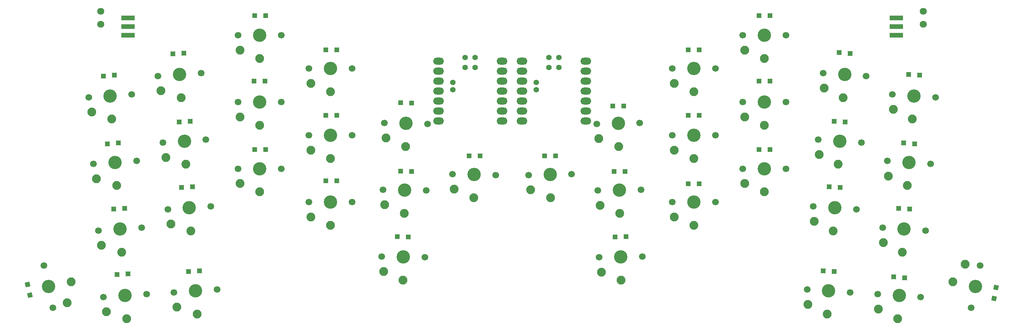
<source format=gbr>
%TF.GenerationSoftware,KiCad,Pcbnew,9.0.2*%
%TF.CreationDate,2025-06-24T08:44:03-06:00*%
%TF.ProjectId,Orcus,4f726375-732e-46b6-9963-61645f706362,rev?*%
%TF.SameCoordinates,Original*%
%TF.FileFunction,Soldermask,Bot*%
%TF.FilePolarity,Negative*%
%FSLAX46Y46*%
G04 Gerber Fmt 4.6, Leading zero omitted, Abs format (unit mm)*
G04 Created by KiCad (PCBNEW 9.0.2) date 2025-06-24 08:44:03*
%MOMM*%
%LPD*%
G01*
G04 APERTURE LIST*
G04 Aperture macros list*
%AMRotRect*
0 Rectangle, with rotation*
0 The origin of the aperture is its center*
0 $1 length*
0 $2 width*
0 $3 Rotation angle, in degrees counterclockwise*
0 Add horizontal line*
21,1,$1,$2,0,0,$3*%
G04 Aperture macros list end*
%ADD10C,1.800000*%
%ADD11C,2.250000*%
%ADD12C,1.700000*%
%ADD13C,3.400000*%
%ADD14O,2.750000X1.800000*%
%ADD15C,1.397000*%
%ADD16R,3.500000X1.200000*%
%ADD17RotRect,1.200000X1.200000X184.000000*%
%ADD18R,1.200000X1.200000*%
%ADD19RotRect,1.200000X1.200000X78.000000*%
%ADD20RotRect,1.200000X1.200000X176.000000*%
%ADD21RotRect,1.200000X1.200000X181.000000*%
%ADD22RotRect,1.200000X1.200000X179.000000*%
%ADD23RotRect,1.200000X1.200000X282.000000*%
G04 APERTURE END LIST*
D10*
%TO.C,+*%
X42935138Y-37888642D03*
%TD*%
%TO.C,+*%
X252386588Y-37888642D03*
%TD*%
%TO.C,-*%
X42935138Y-34638642D03*
%TD*%
%TO.C,-*%
X252386588Y-34638642D03*
%TD*%
D11*
%TO.C,SW1*%
X169765586Y-67070830D03*
X174801474Y-69083248D03*
D12*
X180197667Y-63088159D03*
D13*
X174698505Y-63184147D03*
D12*
X169199343Y-63280135D03*
%TD*%
D11*
%TO.C,SW2*%
X188921726Y-53013642D03*
X193921726Y-55113642D03*
D12*
X199421726Y-49213642D03*
D13*
X193921726Y-49213642D03*
D12*
X188421726Y-49213642D03*
%TD*%
D11*
%TO.C,SW3*%
X206921726Y-44513642D03*
X211921726Y-46613642D03*
D12*
X217421726Y-40713642D03*
D13*
X211921726Y-40713642D03*
D12*
X206421726Y-40713642D03*
%TD*%
D11*
%TO.C,SW4*%
X227112268Y-54185259D03*
X231953600Y-56628926D03*
D12*
X237851765Y-51126958D03*
D13*
X232365163Y-50743298D03*
D12*
X226878561Y-50359638D03*
%TD*%
D11*
%TO.C,SW5*%
X244754516Y-59610765D03*
X249595848Y-62054432D03*
D12*
X255494013Y-56552465D03*
D13*
X250007411Y-56168804D03*
D12*
X244520809Y-55785143D03*
%TD*%
D11*
%TO.C,SW6*%
X152407932Y-80108528D03*
X157443820Y-82120946D03*
D12*
X162840013Y-76125857D03*
D13*
X157340851Y-76221845D03*
D12*
X151841689Y-76317833D03*
%TD*%
D11*
%TO.C,SW7*%
X170079729Y-84068240D03*
X175115617Y-86080658D03*
D12*
X180511810Y-80085569D03*
D13*
X175012648Y-80181557D03*
D12*
X169513486Y-80277545D03*
%TD*%
D11*
%TO.C,SW8*%
X188921726Y-70013642D03*
X193921726Y-72113642D03*
D12*
X199421726Y-66213642D03*
D13*
X193921726Y-66213642D03*
D12*
X188421726Y-66213642D03*
%TD*%
D11*
%TO.C,SW9*%
X206921726Y-61513642D03*
X211921726Y-63613642D03*
D12*
X217421726Y-57713642D03*
D13*
X211921726Y-57713642D03*
D12*
X206421726Y-57713642D03*
%TD*%
D11*
%TO.C,SW10*%
X225856651Y-71143848D03*
X230697983Y-73587515D03*
D12*
X236596148Y-68085548D03*
D13*
X231109546Y-67701887D03*
D12*
X225622944Y-67318226D03*
%TD*%
D11*
%TO.C,SW11*%
X243498899Y-76569355D03*
X248340231Y-79013022D03*
D12*
X254238396Y-73511055D03*
D13*
X248751794Y-73127394D03*
D12*
X243265192Y-72743733D03*
%TD*%
D11*
%TO.C,SW12*%
X170393872Y-101065651D03*
X175429760Y-103078069D03*
D12*
X180825953Y-97082980D03*
D13*
X175326791Y-97178968D03*
D12*
X169827629Y-97274956D03*
%TD*%
D11*
%TO.C,SW13*%
X188921726Y-87013642D03*
X193921726Y-89113642D03*
D12*
X199421726Y-83213642D03*
D13*
X193921726Y-83213642D03*
D12*
X188421726Y-83213642D03*
%TD*%
D11*
%TO.C,SW14*%
X206921726Y-78513642D03*
X211921726Y-80613642D03*
D12*
X217421726Y-74713642D03*
D13*
X211921726Y-74713642D03*
D12*
X206421726Y-74713642D03*
%TD*%
D11*
%TO.C,SW15*%
X224601034Y-88102437D03*
X229442366Y-90546104D03*
D12*
X235340531Y-85044137D03*
D13*
X229853929Y-84660476D03*
D12*
X224367327Y-84276815D03*
%TD*%
D11*
%TO.C,SW16*%
X242243284Y-93527943D03*
X247084616Y-95971610D03*
D12*
X252982781Y-90469643D03*
D13*
X247496179Y-90085982D03*
D12*
X242009577Y-89702321D03*
%TD*%
D11*
%TO.C,SW17*%
X223031515Y-109300672D03*
X227872847Y-111744339D03*
D12*
X233771012Y-106242372D03*
D13*
X228284410Y-105858711D03*
D12*
X222797808Y-105475050D03*
%TD*%
D11*
%TO.C,SW18*%
X240987667Y-110486533D03*
X245828999Y-112930200D03*
D12*
X251727164Y-107428233D03*
D13*
X246240562Y-107044572D03*
D12*
X240753960Y-106660911D03*
%TD*%
D11*
%TO.C,SW19*%
X263029976Y-99062813D03*
X259936307Y-103516937D03*
D12*
X264563863Y-110123427D03*
D13*
X265707378Y-104743616D03*
D12*
X266850893Y-99363805D03*
%TD*%
D11*
%TO.C,SW20*%
X40591569Y-60308330D03*
X45725878Y-62054432D03*
D12*
X50800917Y-55785143D03*
D13*
X45314315Y-56168804D03*
D12*
X39827713Y-56552465D03*
%TD*%
D11*
%TO.C,SW21*%
X58233817Y-54882824D03*
X63368126Y-56628926D03*
D12*
X68443165Y-50359637D03*
D13*
X62956563Y-50743298D03*
D12*
X57469961Y-51126959D03*
%TD*%
D11*
%TO.C,SW22*%
X78400000Y-44513642D03*
X83400000Y-46613642D03*
D12*
X88900000Y-40713642D03*
D13*
X83400000Y-40713642D03*
D12*
X77900000Y-40713642D03*
%TD*%
D11*
%TO.C,SW23*%
X96400000Y-53013642D03*
X101400000Y-55113642D03*
D12*
X106900000Y-49213642D03*
D13*
X101400000Y-49213642D03*
D12*
X95900000Y-49213642D03*
%TD*%
D11*
%TO.C,SW24*%
X115557662Y-66896306D03*
X120520251Y-69083248D03*
D12*
X126122382Y-63280135D03*
D13*
X120623220Y-63184147D03*
D12*
X115124058Y-63088159D03*
%TD*%
D11*
%TO.C,SW25*%
X41847186Y-77266920D03*
X46981495Y-79013022D03*
D12*
X52056534Y-72743733D03*
D13*
X46569932Y-73127394D03*
D12*
X41083330Y-73511055D03*
%TD*%
D11*
%TO.C,SW26*%
X59489434Y-71841413D03*
X64623743Y-73587515D03*
D12*
X69698782Y-67318226D03*
D13*
X64212180Y-67701887D03*
D12*
X58725578Y-68085548D03*
%TD*%
D11*
%TO.C,SW27*%
X78400000Y-61513642D03*
X83400000Y-63613642D03*
D12*
X88900000Y-57713642D03*
D13*
X83400000Y-57713642D03*
D12*
X77900000Y-57713642D03*
%TD*%
D11*
%TO.C,SW28*%
X96400000Y-70013642D03*
X101400000Y-72113642D03*
D12*
X106900000Y-66213642D03*
D13*
X101400000Y-66213642D03*
D12*
X95900000Y-66213642D03*
%TD*%
D11*
%TO.C,SW29*%
X115243519Y-83893716D03*
X120206108Y-86080658D03*
D12*
X125808239Y-80277545D03*
D13*
X120309077Y-80181557D03*
D12*
X114809915Y-80085569D03*
%TD*%
D11*
%TO.C,SW30*%
X132915317Y-79934004D03*
X137877906Y-82120946D03*
D12*
X143480037Y-76317833D03*
D13*
X137980875Y-76221845D03*
D12*
X132481713Y-76125857D03*
%TD*%
D11*
%TO.C,SW31*%
X43102801Y-94225508D03*
X48237110Y-95971610D03*
D12*
X53312149Y-89702321D03*
D13*
X47825547Y-90085982D03*
D12*
X42338945Y-90469643D03*
%TD*%
D11*
%TO.C,SW32*%
X60745051Y-88800002D03*
X65879360Y-90546104D03*
D12*
X70954399Y-84276815D03*
D13*
X65467797Y-84660476D03*
D12*
X59981195Y-85044137D03*
%TD*%
D11*
%TO.C,SW33*%
X78400000Y-78513642D03*
X83400000Y-80613642D03*
D12*
X88900000Y-74713642D03*
D13*
X83400000Y-74713642D03*
D12*
X77900000Y-74713642D03*
%TD*%
D11*
%TO.C,SW34*%
X96400000Y-87013642D03*
X101400000Y-89113642D03*
D12*
X106900000Y-83213642D03*
D13*
X101400000Y-83213642D03*
D12*
X95900000Y-83213642D03*
%TD*%
D11*
%TO.C,SW35*%
X114929376Y-100891127D03*
X119891965Y-103078069D03*
D12*
X125494096Y-97274956D03*
D13*
X119994934Y-97178968D03*
D12*
X114495772Y-97082980D03*
%TD*%
D11*
%TO.C,SW36*%
X34370867Y-108844290D03*
X35385419Y-103516937D03*
D12*
X28470834Y-99363804D03*
D13*
X29614348Y-104743616D03*
D12*
X30757862Y-110123428D03*
%TD*%
D11*
%TO.C,SW37*%
X44358418Y-111184098D03*
X49492727Y-112930200D03*
D12*
X54567766Y-106660911D03*
D13*
X49081164Y-107044572D03*
D12*
X43594562Y-107428233D03*
%TD*%
D11*
%TO.C,SW38*%
X62314570Y-109998237D03*
X67448879Y-111744339D03*
D12*
X72523918Y-105475050D03*
D13*
X67037316Y-105858711D03*
D12*
X61550714Y-106242372D03*
%TD*%
D14*
%TO.C,U3*%
X150215863Y-47318642D03*
X150215863Y-49858642D03*
X150215863Y-52398642D03*
X150215863Y-54938642D03*
X150215863Y-57478642D03*
X150215863Y-60018642D03*
X150215863Y-62558642D03*
X166405863Y-62558642D03*
X166405863Y-60018642D03*
X166405863Y-57478642D03*
X166405863Y-54938642D03*
X166405863Y-52398642D03*
X166405863Y-49858642D03*
X166405863Y-47318642D03*
D15*
X153865863Y-54621642D03*
X153865863Y-52716642D03*
X157040863Y-46366642D03*
X159580863Y-46366642D03*
X157040863Y-48906642D03*
X159580863Y-48906642D03*
%TD*%
D16*
%TO.C,LED*%
X245491588Y-36333642D03*
X245491588Y-38533642D03*
X245491588Y-40733642D03*
%TD*%
D14*
%TO.C,U1*%
X128915863Y-47318642D03*
X128915863Y-49858642D03*
X128915863Y-52398642D03*
X128915863Y-54938642D03*
X128915863Y-57478642D03*
X128915863Y-60018642D03*
X128915863Y-62558642D03*
X145105863Y-62558642D03*
X145105863Y-60018642D03*
X145105863Y-57478642D03*
X145105863Y-54938642D03*
X145105863Y-52398642D03*
X145105863Y-49858642D03*
X145105863Y-47318642D03*
D15*
X132565863Y-54621642D03*
X132565863Y-52716642D03*
X135740863Y-46366642D03*
X138280863Y-46366642D03*
X135740863Y-48906642D03*
X138280863Y-48906642D03*
%TD*%
D16*
%TO.C,LED*%
X49830138Y-40733642D03*
X49830138Y-38533642D03*
X49830138Y-36333642D03*
%TD*%
D17*
%TO.C,D25*%
X47434090Y-68164841D03*
X44640910Y-68360159D03*
%TD*%
D18*
%TO.C,D13*%
X195321726Y-78581250D03*
X192521726Y-78581250D03*
%TD*%
D17*
%TO.C,D26*%
X65690340Y-62608591D03*
X62897160Y-62803909D03*
%TD*%
D19*
%TO.C,D19*%
X270377673Y-107731906D03*
X270959827Y-104993094D03*
%TD*%
D20*
%TO.C,D4*%
X233761753Y-45341409D03*
X230968573Y-45146091D03*
%TD*%
D18*
%TO.C,D27*%
X84743750Y-52387500D03*
X81943750Y-52387500D03*
%TD*%
D21*
%TO.C,D1*%
X176098292Y-58713066D03*
X173298718Y-58761934D03*
%TD*%
D18*
%TO.C,D33*%
X84931250Y-69850000D03*
X82131250Y-69850000D03*
%TD*%
D21*
%TO.C,D12*%
X176726578Y-92050566D03*
X173927004Y-92099434D03*
%TD*%
D22*
%TO.C,D35*%
X121256037Y-92099433D03*
X118456463Y-92050567D03*
%TD*%
%TO.C,D29*%
X122049787Y-75406250D03*
X119250213Y-75357382D03*
%TD*%
D20*
%TO.C,D11*%
X250148384Y-68360159D03*
X247355204Y-68164841D03*
%TD*%
%TO.C,D18*%
X247637152Y-102491409D03*
X244843972Y-102296091D03*
%TD*%
D18*
%TO.C,D2*%
X195321726Y-44450000D03*
X192521726Y-44450000D03*
%TD*%
%TO.C,D8*%
X195321726Y-61118750D03*
X192521726Y-61118750D03*
%TD*%
D17*
%TO.C,D37*%
X49815340Y-101502341D03*
X47022160Y-101697659D03*
%TD*%
D18*
%TO.C,D3*%
X213321726Y-35718750D03*
X210521726Y-35718750D03*
%TD*%
D17*
%TO.C,D21*%
X64102840Y-45243750D03*
X61309660Y-45439068D03*
%TD*%
%TO.C,D20*%
X46396590Y-50902341D03*
X43603410Y-51097659D03*
%TD*%
%TO.C,D38*%
X68071590Y-100708591D03*
X65278410Y-100903909D03*
%TD*%
%TO.C,D32*%
X66296590Y-79277341D03*
X63503410Y-79472659D03*
%TD*%
D20*
%TO.C,D10*%
X232506136Y-62803909D03*
X229712956Y-62608591D03*
%TD*%
%TO.C,D15*%
X231250519Y-79472659D03*
X228457339Y-79277341D03*
%TD*%
D18*
%TO.C,D22*%
X84931250Y-35718750D03*
X82131250Y-35718750D03*
%TD*%
D17*
%TO.C,D31*%
X49021590Y-84833591D03*
X46228410Y-85028909D03*
%TD*%
D20*
%TO.C,D17*%
X229681000Y-100903909D03*
X226887820Y-100708591D03*
%TD*%
%TO.C,D16*%
X248892769Y-85028909D03*
X246099589Y-84833591D03*
%TD*%
D18*
%TO.C,D14*%
X213321726Y-69850000D03*
X210521726Y-69850000D03*
%TD*%
D22*
%TO.C,D24*%
X122049787Y-57968183D03*
X119250213Y-57919317D03*
%TD*%
D18*
%TO.C,D28*%
X103000000Y-61118750D03*
X100200000Y-61118750D03*
%TD*%
D20*
%TO.C,D5*%
X251404001Y-50897659D03*
X248610821Y-50702341D03*
%TD*%
D18*
%TO.C,D9*%
X213321726Y-52387500D03*
X210521726Y-52387500D03*
%TD*%
%TO.C,D23*%
X103000000Y-44450000D03*
X100200000Y-44450000D03*
%TD*%
D21*
%TO.C,D7*%
X176412435Y-75381816D03*
X173612861Y-75430684D03*
%TD*%
%TO.C,D6*%
X158740638Y-71413066D03*
X155941064Y-71461934D03*
%TD*%
D22*
%TO.C,D30*%
X139512287Y-71461934D03*
X136712713Y-71413066D03*
%TD*%
D23*
%TO.C,D36*%
X24315174Y-104199343D03*
X24897326Y-106938157D03*
%TD*%
D18*
%TO.C,D34*%
X103000000Y-77787500D03*
X100200000Y-77787500D03*
%TD*%
M02*

</source>
